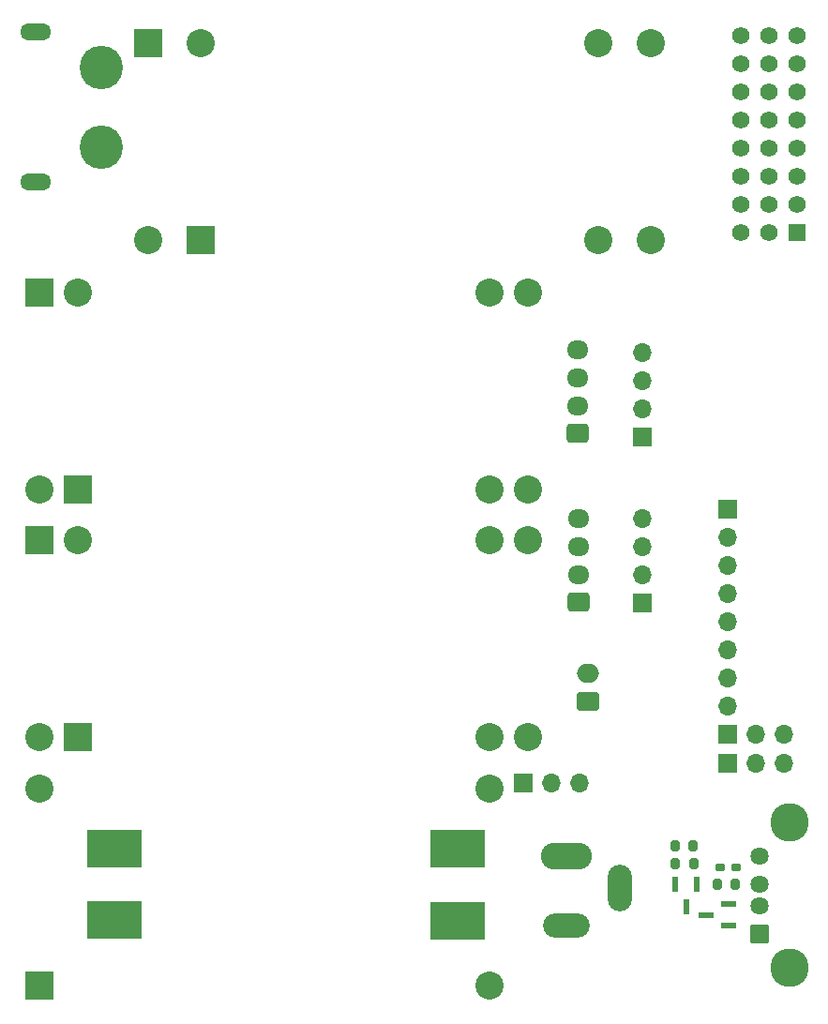
<source format=gts>
G04 #@! TF.GenerationSoftware,KiCad,Pcbnew,7.0.8*
G04 #@! TF.CreationDate,2024-04-19T19:44:49-04:00*
G04 #@! TF.ProjectId,Aero_PDB,4165726f-5f50-4444-922e-6b696361645f,rev?*
G04 #@! TF.SameCoordinates,Original*
G04 #@! TF.FileFunction,Soldermask,Top*
G04 #@! TF.FilePolarity,Negative*
%FSLAX46Y46*%
G04 Gerber Fmt 4.6, Leading zero omitted, Abs format (unit mm)*
G04 Created by KiCad (PCBNEW 7.0.8) date 2024-04-19 19:44:49*
%MOMM*%
%LPD*%
G01*
G04 APERTURE LIST*
G04 Aperture macros list*
%AMRoundRect*
0 Rectangle with rounded corners*
0 $1 Rounding radius*
0 $2 $3 $4 $5 $6 $7 $8 $9 X,Y pos of 4 corners*
0 Add a 4 corners polygon primitive as box body*
4,1,4,$2,$3,$4,$5,$6,$7,$8,$9,$2,$3,0*
0 Add four circle primitives for the rounded corners*
1,1,$1+$1,$2,$3*
1,1,$1+$1,$4,$5*
1,1,$1+$1,$6,$7*
1,1,$1+$1,$8,$9*
0 Add four rect primitives between the rounded corners*
20,1,$1+$1,$2,$3,$4,$5,0*
20,1,$1+$1,$4,$5,$6,$7,0*
20,1,$1+$1,$6,$7,$8,$9,0*
20,1,$1+$1,$8,$9,$2,$3,0*%
G04 Aperture macros list end*
%ADD10R,2.540000X2.540000*%
%ADD11C,2.540000*%
%ADD12R,1.700000X1.700000*%
%ADD13O,1.700000X1.700000*%
%ADD14R,5.000000X3.500000*%
%ADD15RoundRect,0.102000X-0.345000X-0.200000X0.345000X-0.200000X0.345000X0.200000X-0.345000X0.200000X0*%
%ADD16O,4.604000X2.404000*%
%ADD17O,4.204000X2.204000*%
%ADD18O,2.204000X4.204000*%
%ADD19RoundRect,0.200000X-0.200000X-0.275000X0.200000X-0.275000X0.200000X0.275000X-0.200000X0.275000X0*%
%ADD20RoundRect,0.102000X0.714000X-0.714000X0.714000X0.714000X-0.714000X0.714000X-0.714000X-0.714000X0*%
%ADD21C,1.632000*%
%ADD22C,3.480000*%
%ADD23RoundRect,0.250000X0.750000X-0.600000X0.750000X0.600000X-0.750000X0.600000X-0.750000X-0.600000X0*%
%ADD24O,2.000000X1.700000*%
%ADD25R,1.320800X0.558800*%
%ADD26R,0.558800X1.320800*%
%ADD27RoundRect,0.102000X0.685000X-0.685000X0.685000X0.685000X-0.685000X0.685000X-0.685000X-0.685000X0*%
%ADD28C,1.574000*%
%ADD29RoundRect,0.250000X0.725000X-0.600000X0.725000X0.600000X-0.725000X0.600000X-0.725000X-0.600000X0*%
%ADD30O,1.950000X1.700000*%
%ADD31C,3.920000*%
%ADD32O,2.804000X1.504000*%
G04 APERTURE END LIST*
D10*
X62230000Y-99796600D03*
D11*
X62230000Y-117576600D03*
X102870000Y-117576600D03*
X102870000Y-99796600D03*
D12*
X124333000Y-97002600D03*
D13*
X124333000Y-99542600D03*
X124333000Y-102082600D03*
X124333000Y-104622600D03*
X124333000Y-107162600D03*
X124333000Y-109702600D03*
X124333000Y-112242600D03*
X124333000Y-114782600D03*
D14*
X68961000Y-134086600D03*
X68961000Y-127636600D03*
X99961000Y-127636600D03*
X99961000Y-134136600D03*
D10*
X72009000Y-54914800D03*
D11*
X72009000Y-72694800D03*
X112649000Y-72694800D03*
X112649000Y-54914800D03*
D15*
X123651840Y-129343360D03*
X125091840Y-129343360D03*
D16*
X109789200Y-128274500D03*
D17*
X109789200Y-134574500D03*
D18*
X114589200Y-131174500D03*
D19*
X119619440Y-127355760D03*
X121269440Y-127355760D03*
D20*
X127230700Y-135309700D03*
D21*
X127230700Y-132809700D03*
X127230700Y-130809700D03*
X127230700Y-128309700D03*
D22*
X129940700Y-138379700D03*
X129940700Y-125239700D03*
D12*
X116662200Y-90424000D03*
D13*
X116662200Y-87884000D03*
X116662200Y-85344000D03*
X116662200Y-82804000D03*
D23*
X111709200Y-114300000D03*
D24*
X111709200Y-111800000D03*
D12*
X124333000Y-117322600D03*
D13*
X126873000Y-117322600D03*
X129413000Y-117322600D03*
D25*
X124431440Y-134550360D03*
X124431440Y-132645360D03*
X122399440Y-133597860D03*
D12*
X105867200Y-121666000D03*
D13*
X108407200Y-121666000D03*
X110947200Y-121666000D03*
D19*
X123403240Y-130867360D03*
X125053240Y-130867360D03*
D12*
X116662200Y-105410000D03*
D13*
X116662200Y-102870000D03*
X116662200Y-100330000D03*
X116662200Y-97790000D03*
D26*
X121548540Y-130841960D03*
X119643540Y-130841960D03*
X120596040Y-132873960D03*
D27*
X130632200Y-72009000D03*
D28*
X128092200Y-72009000D03*
X125552200Y-72009000D03*
X130632200Y-69469000D03*
X128092200Y-69469000D03*
X125552200Y-69469000D03*
X130632200Y-66929000D03*
X128092200Y-66929000D03*
X125552200Y-66929000D03*
X130632200Y-64389000D03*
X128092200Y-64389000D03*
X125552200Y-64389000D03*
X130632200Y-61849000D03*
X128092200Y-61849000D03*
X125552200Y-61849000D03*
X130632200Y-59309000D03*
X128092200Y-59309000D03*
X125552200Y-59309000D03*
X130632200Y-56769000D03*
X128092200Y-56769000D03*
X125552200Y-56769000D03*
X130632200Y-54229000D03*
X128092200Y-54229000D03*
X125552200Y-54229000D03*
D10*
X62230000Y-77393800D03*
D11*
X62230000Y-95173800D03*
X102870000Y-95173800D03*
X102870000Y-77393800D03*
D29*
X110921800Y-105359200D03*
D30*
X110921800Y-102859200D03*
X110921800Y-100359200D03*
X110921800Y-97859200D03*
D29*
X110820200Y-90119200D03*
D30*
X110820200Y-87619200D03*
X110820200Y-85119200D03*
X110820200Y-82619200D03*
D12*
X124337072Y-119888000D03*
D13*
X126877072Y-119888000D03*
X129417072Y-119888000D03*
D19*
X119631840Y-128987760D03*
X121281840Y-128987760D03*
D31*
X67843400Y-57062000D03*
X67843400Y-64262000D03*
D32*
X61843400Y-67412000D03*
X61843400Y-53912000D03*
D10*
X65684400Y-95173800D03*
D11*
X65684400Y-77393800D03*
X106324400Y-77393800D03*
X106324400Y-95173800D03*
D10*
X65684400Y-117576600D03*
D11*
X65684400Y-99796600D03*
X106324400Y-99796600D03*
X106324400Y-117576600D03*
D10*
X76809600Y-72694800D03*
D11*
X76809600Y-54914800D03*
X117449600Y-54914800D03*
X117449600Y-72694800D03*
D10*
X62230000Y-139979400D03*
D11*
X62230000Y-122199400D03*
X102870000Y-122199400D03*
X102870000Y-139979400D03*
M02*

</source>
